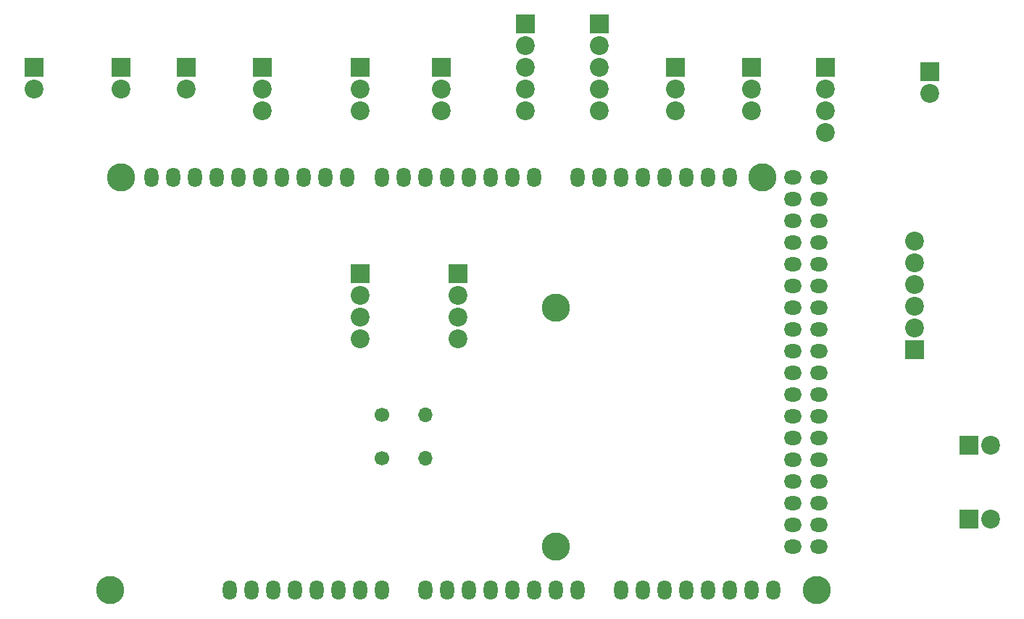
<source format=gbs>
G04 #@! TF.GenerationSoftware,KiCad,Pcbnew,(5.1.6)-1*
G04 #@! TF.CreationDate,2020-09-08T01:23:52+05:30*
G04 #@! TF.ProjectId,PCB board,50434220-626f-4617-9264-2e6b69636164,rev?*
G04 #@! TF.SameCoordinates,Original*
G04 #@! TF.FileFunction,Soldermask,Bot*
G04 #@! TF.FilePolarity,Negative*
%FSLAX46Y46*%
G04 Gerber Fmt 4.6, Leading zero omitted, Abs format (unit mm)*
G04 Created by KiCad (PCBNEW (5.1.6)-1) date 2020-09-08 01:23:52*
%MOMM*%
%LPD*%
G01*
G04 APERTURE LIST*
%ADD10C,3.297860*%
%ADD11O,1.624000X2.297100*%
%ADD12O,2.098980X1.639240*%
%ADD13O,2.098980X1.636700*%
%ADD14O,1.624000X2.299640*%
%ADD15O,1.700000X1.700000*%
%ADD16C,1.700000*%
%ADD17R,2.200000X2.200000*%
%ADD18C,2.200000*%
G04 APERTURE END LIST*
D10*
X162620001Y-86550501D03*
D11*
X115376001Y-71310501D03*
X117916001Y-71310501D03*
D10*
X111820001Y-71310501D03*
X186750001Y-71310501D03*
D11*
X120456001Y-71310501D03*
X122996001Y-71310501D03*
X125536001Y-71310501D03*
X128076001Y-71310501D03*
X130616001Y-71310501D03*
X133156001Y-71310501D03*
X135696001Y-71310501D03*
X138236001Y-71310501D03*
X142300001Y-71310501D03*
X144840001Y-71310501D03*
X147380001Y-71310501D03*
X149920001Y-71310501D03*
X152460001Y-71310501D03*
X155000001Y-71310501D03*
X157540001Y-71310501D03*
X160080001Y-71310501D03*
X165160001Y-71310501D03*
X167700001Y-71310501D03*
X170240001Y-71310501D03*
X172780001Y-71310501D03*
X175320001Y-71310501D03*
X177860001Y-71310501D03*
X180400001Y-71310501D03*
X182940001Y-71310501D03*
D12*
X190311081Y-86550501D03*
X190311081Y-89090501D03*
X190311081Y-91630501D03*
X190311081Y-94170501D03*
X190311081Y-96710501D03*
X190311081Y-99250501D03*
X190311081Y-101790501D03*
X190311081Y-104330501D03*
D13*
X193346381Y-111950501D03*
X193346381Y-114490501D03*
D12*
X190311081Y-71310501D03*
X190311081Y-73850501D03*
X190311081Y-76390501D03*
X190311081Y-78930501D03*
X190311081Y-81470501D03*
X190311081Y-84010501D03*
D13*
X193346381Y-91630501D03*
X193346381Y-94170501D03*
X193346381Y-96710501D03*
X193346381Y-99250501D03*
X193346381Y-101790501D03*
X193346381Y-104330501D03*
X193346381Y-106870501D03*
X193346381Y-109410501D03*
D11*
X185480001Y-119570501D03*
X182940001Y-119570501D03*
X180400001Y-119570501D03*
X177860001Y-119570501D03*
D14*
X175320001Y-119570501D03*
X172780001Y-119570501D03*
X170240001Y-119570501D03*
X165160001Y-119570501D03*
X129600001Y-119570501D03*
X127060001Y-119570501D03*
X124520001Y-119570501D03*
X139760001Y-119570501D03*
X137220001Y-119570501D03*
X134680001Y-119570501D03*
X132140001Y-119570501D03*
X162620001Y-119570501D03*
X160080001Y-119570501D03*
X157540001Y-119570501D03*
X155000001Y-119570501D03*
X152460001Y-119570501D03*
X149920001Y-119570501D03*
X147380001Y-119570501D03*
X142300001Y-119570501D03*
D13*
X193346381Y-71310501D03*
X193346381Y-73850501D03*
X193346381Y-76390501D03*
X193346381Y-78930501D03*
X193346381Y-81470501D03*
X193346381Y-84010501D03*
X193346381Y-86550501D03*
X193346381Y-89090501D03*
D12*
X190311081Y-106870501D03*
X190311081Y-109410501D03*
X190311081Y-111950501D03*
X190311081Y-114490501D03*
D10*
X193100001Y-119570501D03*
X162620001Y-114490501D03*
X110550001Y-119570501D03*
D11*
X188020001Y-119570501D03*
D15*
X147320000Y-104140000D03*
D16*
X142240000Y-104140000D03*
D15*
X147320000Y-99060000D03*
D16*
X142240000Y-99060000D03*
D17*
X176530000Y-58420000D03*
D18*
X176530000Y-60960000D03*
X176530000Y-63500000D03*
X149225000Y-63500000D03*
X149225000Y-60960000D03*
D17*
X149225000Y-58420000D03*
D18*
X139700000Y-63500000D03*
X139700000Y-60960000D03*
D17*
X139700000Y-58420000D03*
X101600000Y-58420000D03*
D18*
X101600000Y-60960000D03*
X128270000Y-63500000D03*
X128270000Y-60960000D03*
D17*
X128270000Y-58420000D03*
X111760000Y-58420000D03*
D18*
X111760000Y-60960000D03*
D17*
X119380000Y-58420000D03*
D18*
X119380000Y-60960000D03*
X151130000Y-90170000D03*
X151130000Y-87630000D03*
X151130000Y-85090000D03*
D17*
X151130000Y-82550000D03*
X139700000Y-82550000D03*
D18*
X139700000Y-85090000D03*
X139700000Y-87630000D03*
X139700000Y-90170000D03*
D17*
X204470000Y-91440000D03*
D18*
X204470000Y-88900000D03*
X204470000Y-86360000D03*
X204470000Y-83820000D03*
X204470000Y-81280000D03*
X204470000Y-78740000D03*
D17*
X185420000Y-58420000D03*
D18*
X185420000Y-60960000D03*
X185420000Y-63500000D03*
D17*
X210820000Y-102616000D03*
D18*
X213360000Y-102616000D03*
X213360000Y-111252000D03*
D17*
X210820000Y-111252000D03*
X194056000Y-58420000D03*
D18*
X194056000Y-60960000D03*
X194056000Y-63500000D03*
X194056000Y-66040000D03*
D17*
X206248000Y-58928000D03*
D18*
X206248000Y-61468000D03*
D17*
X159004000Y-53340000D03*
D18*
X159004000Y-55880000D03*
X159004000Y-58420000D03*
X159004000Y-60960000D03*
X159004000Y-63500000D03*
D17*
X167640000Y-53340000D03*
D18*
X167640000Y-55880000D03*
X167640000Y-58420000D03*
X167640000Y-60960000D03*
X167640000Y-63500000D03*
M02*

</source>
